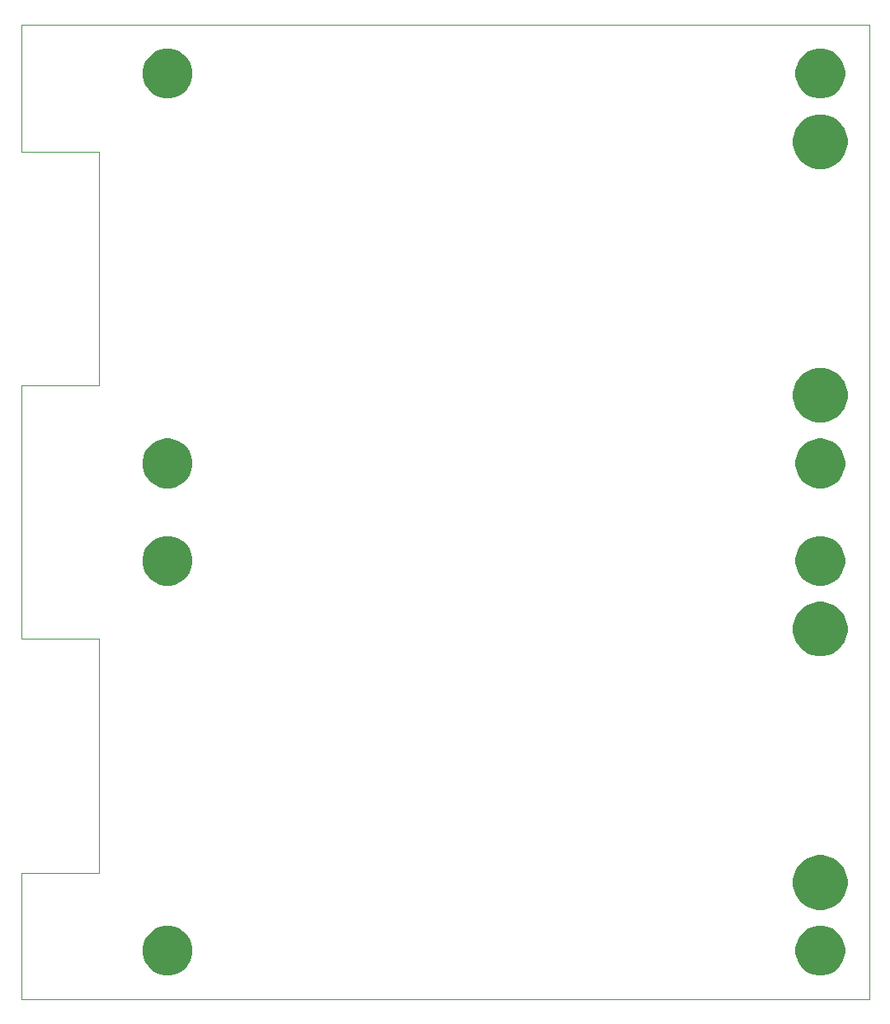
<source format=gbr>
G04 #@! TF.GenerationSoftware,KiCad,Pcbnew,(5.0.0-rc2-60-gbfa89039c)*
G04 #@! TF.CreationDate,2019-08-02T13:48:58+03:00*
G04 #@! TF.ProjectId,ModelPCB,4D6F64656C5043422E6B696361645F70,rev?*
G04 #@! TF.SameCoordinates,Original*
G04 #@! TF.FileFunction,Soldermask,Bot*
G04 #@! TF.FilePolarity,Negative*
%FSLAX46Y46*%
G04 Gerber Fmt 4.6, Leading zero omitted, Abs format (unit mm)*
G04 Created by KiCad (PCBNEW (5.0.0-rc2-60-gbfa89039c)) date 08/02/19 13:48:58*
%MOMM*%
%LPD*%
G01*
G04 APERTURE LIST*
%ADD10C,0.050000*%
%ADD11C,0.150000*%
G04 APERTURE END LIST*
D10*
X162300000Y-150900000D02*
X162300000Y-126900000D01*
X154300000Y-126900000D02*
X154300000Y-113900000D01*
X162300000Y-126900000D02*
X154300000Y-126900000D01*
X154300000Y-150900000D02*
X162300000Y-150900000D01*
X154300000Y-163900000D02*
X154300000Y-150900000D01*
X241300000Y-163900000D02*
X241300000Y-113900000D01*
X241300000Y-163900000D02*
X154300000Y-163900000D01*
X154300000Y-63900000D02*
X241300000Y-63900000D01*
X154300000Y-113900000D02*
X154300000Y-100900000D01*
X154300000Y-76900000D02*
X154300000Y-63900000D01*
X162300000Y-76900000D02*
X154300000Y-76900000D01*
X162300000Y-100900000D02*
X162300000Y-76900000D01*
X154300000Y-100900000D02*
X162300000Y-100900000D01*
X241300000Y-113900000D02*
X241300000Y-63900000D01*
D11*
G36*
X170044096Y-156447033D02*
X170044098Y-156447034D01*
X170044099Y-156447034D01*
X170508352Y-156639333D01*
X170924284Y-156917250D01*
X170926171Y-156918511D01*
X171281489Y-157273829D01*
X171281491Y-157273832D01*
X171560667Y-157691648D01*
X171752966Y-158155901D01*
X171851000Y-158648748D01*
X171851000Y-159151252D01*
X171752966Y-159644099D01*
X171560667Y-160108352D01*
X171282750Y-160524284D01*
X171281489Y-160526171D01*
X170926171Y-160881489D01*
X170926168Y-160881491D01*
X170508352Y-161160667D01*
X170044099Y-161352966D01*
X170044098Y-161352966D01*
X170044096Y-161352967D01*
X169551253Y-161451000D01*
X169048747Y-161451000D01*
X168555904Y-161352967D01*
X168555902Y-161352966D01*
X168555901Y-161352966D01*
X168091648Y-161160667D01*
X167673832Y-160881491D01*
X167673829Y-160881489D01*
X167318511Y-160526171D01*
X167317250Y-160524284D01*
X167039333Y-160108352D01*
X166847034Y-159644099D01*
X166749000Y-159151252D01*
X166749000Y-158648748D01*
X166847034Y-158155901D01*
X167039333Y-157691648D01*
X167318509Y-157273832D01*
X167318511Y-157273829D01*
X167673829Y-156918511D01*
X167675716Y-156917250D01*
X168091648Y-156639333D01*
X168555901Y-156447034D01*
X168555902Y-156447034D01*
X168555904Y-156447033D01*
X169048747Y-156349000D01*
X169551253Y-156349000D01*
X170044096Y-156447033D01*
X170044096Y-156447033D01*
G37*
G36*
X237044096Y-156447033D02*
X237044098Y-156447034D01*
X237044099Y-156447034D01*
X237508352Y-156639333D01*
X237924284Y-156917250D01*
X237926171Y-156918511D01*
X238281489Y-157273829D01*
X238281491Y-157273832D01*
X238560667Y-157691648D01*
X238752966Y-158155901D01*
X238851000Y-158648748D01*
X238851000Y-159151252D01*
X238752966Y-159644099D01*
X238560667Y-160108352D01*
X238282750Y-160524284D01*
X238281489Y-160526171D01*
X237926171Y-160881489D01*
X237926168Y-160881491D01*
X237508352Y-161160667D01*
X237044099Y-161352966D01*
X237044098Y-161352966D01*
X237044096Y-161352967D01*
X236551253Y-161451000D01*
X236048747Y-161451000D01*
X235555904Y-161352967D01*
X235555902Y-161352966D01*
X235555901Y-161352966D01*
X235091648Y-161160667D01*
X234673832Y-160881491D01*
X234673829Y-160881489D01*
X234318511Y-160526171D01*
X234317250Y-160524284D01*
X234039333Y-160108352D01*
X233847034Y-159644099D01*
X233749000Y-159151252D01*
X233749000Y-158648748D01*
X233847034Y-158155901D01*
X234039333Y-157691648D01*
X234318509Y-157273832D01*
X234318511Y-157273829D01*
X234673829Y-156918511D01*
X234675716Y-156917250D01*
X235091648Y-156639333D01*
X235555901Y-156447034D01*
X235555902Y-156447034D01*
X235555904Y-156447033D01*
X236048747Y-156349000D01*
X236551253Y-156349000D01*
X237044096Y-156447033D01*
X237044096Y-156447033D01*
G37*
G36*
X237117021Y-149206640D02*
X237626770Y-149417785D01*
X237626771Y-149417786D01*
X238085534Y-149724321D01*
X238475679Y-150114466D01*
X238680036Y-150420308D01*
X238782215Y-150573230D01*
X238993360Y-151082979D01*
X239101000Y-151624124D01*
X239101000Y-152175876D01*
X238993360Y-152717021D01*
X238782215Y-153226770D01*
X238782214Y-153226771D01*
X238475679Y-153685534D01*
X238085534Y-154075679D01*
X237779692Y-154280036D01*
X237626770Y-154382215D01*
X237117021Y-154593360D01*
X236575876Y-154701000D01*
X236024124Y-154701000D01*
X235482979Y-154593360D01*
X234973230Y-154382215D01*
X234820308Y-154280036D01*
X234514466Y-154075679D01*
X234124321Y-153685534D01*
X233817786Y-153226771D01*
X233817785Y-153226770D01*
X233606640Y-152717021D01*
X233499000Y-152175876D01*
X233499000Y-151624124D01*
X233606640Y-151082979D01*
X233817785Y-150573230D01*
X233919964Y-150420308D01*
X234124321Y-150114466D01*
X234514466Y-149724321D01*
X234973229Y-149417786D01*
X234973230Y-149417785D01*
X235482979Y-149206640D01*
X236024124Y-149099000D01*
X236575876Y-149099000D01*
X237117021Y-149206640D01*
X237117021Y-149206640D01*
G37*
G36*
X237117021Y-123206640D02*
X237626770Y-123417785D01*
X237626771Y-123417786D01*
X238085534Y-123724321D01*
X238475679Y-124114466D01*
X238680036Y-124420308D01*
X238782215Y-124573230D01*
X238993360Y-125082979D01*
X239101000Y-125624124D01*
X239101000Y-126175876D01*
X238993360Y-126717021D01*
X238782215Y-127226770D01*
X238782214Y-127226771D01*
X238475679Y-127685534D01*
X238085534Y-128075679D01*
X237779692Y-128280036D01*
X237626770Y-128382215D01*
X237117021Y-128593360D01*
X236575876Y-128701000D01*
X236024124Y-128701000D01*
X235482979Y-128593360D01*
X234973230Y-128382215D01*
X234820308Y-128280036D01*
X234514466Y-128075679D01*
X234124321Y-127685534D01*
X233817786Y-127226771D01*
X233817785Y-127226770D01*
X233606640Y-126717021D01*
X233499000Y-126175876D01*
X233499000Y-125624124D01*
X233606640Y-125082979D01*
X233817785Y-124573230D01*
X233919964Y-124420308D01*
X234124321Y-124114466D01*
X234514466Y-123724321D01*
X234973229Y-123417786D01*
X234973230Y-123417785D01*
X235482979Y-123206640D01*
X236024124Y-123099000D01*
X236575876Y-123099000D01*
X237117021Y-123206640D01*
X237117021Y-123206640D01*
G37*
G36*
X237044096Y-116447033D02*
X237044098Y-116447034D01*
X237044099Y-116447034D01*
X237508352Y-116639333D01*
X237924284Y-116917250D01*
X237926171Y-116918511D01*
X238281489Y-117273829D01*
X238281491Y-117273832D01*
X238560667Y-117691648D01*
X238752966Y-118155901D01*
X238851000Y-118648748D01*
X238851000Y-119151252D01*
X238752966Y-119644099D01*
X238560667Y-120108352D01*
X238282750Y-120524284D01*
X238281489Y-120526171D01*
X237926171Y-120881489D01*
X237926168Y-120881491D01*
X237508352Y-121160667D01*
X237044099Y-121352966D01*
X237044098Y-121352966D01*
X237044096Y-121352967D01*
X236551253Y-121451000D01*
X236048747Y-121451000D01*
X235555904Y-121352967D01*
X235555902Y-121352966D01*
X235555901Y-121352966D01*
X235091648Y-121160667D01*
X234673832Y-120881491D01*
X234673829Y-120881489D01*
X234318511Y-120526171D01*
X234317250Y-120524284D01*
X234039333Y-120108352D01*
X233847034Y-119644099D01*
X233749000Y-119151252D01*
X233749000Y-118648748D01*
X233847034Y-118155901D01*
X234039333Y-117691648D01*
X234318509Y-117273832D01*
X234318511Y-117273829D01*
X234673829Y-116918511D01*
X234675716Y-116917250D01*
X235091648Y-116639333D01*
X235555901Y-116447034D01*
X235555902Y-116447034D01*
X235555904Y-116447033D01*
X236048747Y-116349000D01*
X236551253Y-116349000D01*
X237044096Y-116447033D01*
X237044096Y-116447033D01*
G37*
G36*
X170044096Y-116447033D02*
X170044098Y-116447034D01*
X170044099Y-116447034D01*
X170508352Y-116639333D01*
X170924284Y-116917250D01*
X170926171Y-116918511D01*
X171281489Y-117273829D01*
X171281491Y-117273832D01*
X171560667Y-117691648D01*
X171752966Y-118155901D01*
X171851000Y-118648748D01*
X171851000Y-119151252D01*
X171752966Y-119644099D01*
X171560667Y-120108352D01*
X171282750Y-120524284D01*
X171281489Y-120526171D01*
X170926171Y-120881489D01*
X170926168Y-120881491D01*
X170508352Y-121160667D01*
X170044099Y-121352966D01*
X170044098Y-121352966D01*
X170044096Y-121352967D01*
X169551253Y-121451000D01*
X169048747Y-121451000D01*
X168555904Y-121352967D01*
X168555902Y-121352966D01*
X168555901Y-121352966D01*
X168091648Y-121160667D01*
X167673832Y-120881491D01*
X167673829Y-120881489D01*
X167318511Y-120526171D01*
X167317250Y-120524284D01*
X167039333Y-120108352D01*
X166847034Y-119644099D01*
X166749000Y-119151252D01*
X166749000Y-118648748D01*
X166847034Y-118155901D01*
X167039333Y-117691648D01*
X167318509Y-117273832D01*
X167318511Y-117273829D01*
X167673829Y-116918511D01*
X167675716Y-116917250D01*
X168091648Y-116639333D01*
X168555901Y-116447034D01*
X168555902Y-116447034D01*
X168555904Y-116447033D01*
X169048747Y-116349000D01*
X169551253Y-116349000D01*
X170044096Y-116447033D01*
X170044096Y-116447033D01*
G37*
G36*
X170044096Y-106447033D02*
X170044098Y-106447034D01*
X170044099Y-106447034D01*
X170508352Y-106639333D01*
X170924284Y-106917250D01*
X170926171Y-106918511D01*
X171281489Y-107273829D01*
X171281491Y-107273832D01*
X171560667Y-107691648D01*
X171752966Y-108155901D01*
X171851000Y-108648748D01*
X171851000Y-109151252D01*
X171752966Y-109644099D01*
X171560667Y-110108352D01*
X171282750Y-110524284D01*
X171281489Y-110526171D01*
X170926171Y-110881489D01*
X170926168Y-110881491D01*
X170508352Y-111160667D01*
X170044099Y-111352966D01*
X170044098Y-111352966D01*
X170044096Y-111352967D01*
X169551253Y-111451000D01*
X169048747Y-111451000D01*
X168555904Y-111352967D01*
X168555902Y-111352966D01*
X168555901Y-111352966D01*
X168091648Y-111160667D01*
X167673832Y-110881491D01*
X167673829Y-110881489D01*
X167318511Y-110526171D01*
X167317250Y-110524284D01*
X167039333Y-110108352D01*
X166847034Y-109644099D01*
X166749000Y-109151252D01*
X166749000Y-108648748D01*
X166847034Y-108155901D01*
X167039333Y-107691648D01*
X167318509Y-107273832D01*
X167318511Y-107273829D01*
X167673829Y-106918511D01*
X167675716Y-106917250D01*
X168091648Y-106639333D01*
X168555901Y-106447034D01*
X168555902Y-106447034D01*
X168555904Y-106447033D01*
X169048747Y-106349000D01*
X169551253Y-106349000D01*
X170044096Y-106447033D01*
X170044096Y-106447033D01*
G37*
G36*
X237044096Y-106447033D02*
X237044098Y-106447034D01*
X237044099Y-106447034D01*
X237508352Y-106639333D01*
X237924284Y-106917250D01*
X237926171Y-106918511D01*
X238281489Y-107273829D01*
X238281491Y-107273832D01*
X238560667Y-107691648D01*
X238752966Y-108155901D01*
X238851000Y-108648748D01*
X238851000Y-109151252D01*
X238752966Y-109644099D01*
X238560667Y-110108352D01*
X238282750Y-110524284D01*
X238281489Y-110526171D01*
X237926171Y-110881489D01*
X237926168Y-110881491D01*
X237508352Y-111160667D01*
X237044099Y-111352966D01*
X237044098Y-111352966D01*
X237044096Y-111352967D01*
X236551253Y-111451000D01*
X236048747Y-111451000D01*
X235555904Y-111352967D01*
X235555902Y-111352966D01*
X235555901Y-111352966D01*
X235091648Y-111160667D01*
X234673832Y-110881491D01*
X234673829Y-110881489D01*
X234318511Y-110526171D01*
X234317250Y-110524284D01*
X234039333Y-110108352D01*
X233847034Y-109644099D01*
X233749000Y-109151252D01*
X233749000Y-108648748D01*
X233847034Y-108155901D01*
X234039333Y-107691648D01*
X234318509Y-107273832D01*
X234318511Y-107273829D01*
X234673829Y-106918511D01*
X234675716Y-106917250D01*
X235091648Y-106639333D01*
X235555901Y-106447034D01*
X235555902Y-106447034D01*
X235555904Y-106447033D01*
X236048747Y-106349000D01*
X236551253Y-106349000D01*
X237044096Y-106447033D01*
X237044096Y-106447033D01*
G37*
G36*
X237117021Y-99206640D02*
X237626770Y-99417785D01*
X237626771Y-99417786D01*
X238085534Y-99724321D01*
X238475679Y-100114466D01*
X238680036Y-100420308D01*
X238782215Y-100573230D01*
X238993360Y-101082979D01*
X239101000Y-101624124D01*
X239101000Y-102175876D01*
X238993360Y-102717021D01*
X238782215Y-103226770D01*
X238782214Y-103226771D01*
X238475679Y-103685534D01*
X238085534Y-104075679D01*
X237779692Y-104280036D01*
X237626770Y-104382215D01*
X237117021Y-104593360D01*
X236575876Y-104701000D01*
X236024124Y-104701000D01*
X235482979Y-104593360D01*
X234973230Y-104382215D01*
X234820308Y-104280036D01*
X234514466Y-104075679D01*
X234124321Y-103685534D01*
X233817786Y-103226771D01*
X233817785Y-103226770D01*
X233606640Y-102717021D01*
X233499000Y-102175876D01*
X233499000Y-101624124D01*
X233606640Y-101082979D01*
X233817785Y-100573230D01*
X233919964Y-100420308D01*
X234124321Y-100114466D01*
X234514466Y-99724321D01*
X234973229Y-99417786D01*
X234973230Y-99417785D01*
X235482979Y-99206640D01*
X236024124Y-99099000D01*
X236575876Y-99099000D01*
X237117021Y-99206640D01*
X237117021Y-99206640D01*
G37*
G36*
X237117021Y-73206640D02*
X237626770Y-73417785D01*
X237626771Y-73417786D01*
X238085534Y-73724321D01*
X238475679Y-74114466D01*
X238680036Y-74420308D01*
X238782215Y-74573230D01*
X238993360Y-75082979D01*
X239101000Y-75624124D01*
X239101000Y-76175876D01*
X238993360Y-76717021D01*
X238782215Y-77226770D01*
X238782214Y-77226771D01*
X238475679Y-77685534D01*
X238085534Y-78075679D01*
X237779692Y-78280036D01*
X237626770Y-78382215D01*
X237117021Y-78593360D01*
X236575876Y-78701000D01*
X236024124Y-78701000D01*
X235482979Y-78593360D01*
X234973230Y-78382215D01*
X234820308Y-78280036D01*
X234514466Y-78075679D01*
X234124321Y-77685534D01*
X233817786Y-77226771D01*
X233817785Y-77226770D01*
X233606640Y-76717021D01*
X233499000Y-76175876D01*
X233499000Y-75624124D01*
X233606640Y-75082979D01*
X233817785Y-74573230D01*
X233919964Y-74420308D01*
X234124321Y-74114466D01*
X234514466Y-73724321D01*
X234973229Y-73417786D01*
X234973230Y-73417785D01*
X235482979Y-73206640D01*
X236024124Y-73099000D01*
X236575876Y-73099000D01*
X237117021Y-73206640D01*
X237117021Y-73206640D01*
G37*
G36*
X237044096Y-66447033D02*
X237044098Y-66447034D01*
X237044099Y-66447034D01*
X237508352Y-66639333D01*
X237924284Y-66917250D01*
X237926171Y-66918511D01*
X238281489Y-67273829D01*
X238281491Y-67273832D01*
X238560667Y-67691648D01*
X238752966Y-68155901D01*
X238851000Y-68648748D01*
X238851000Y-69151252D01*
X238752966Y-69644099D01*
X238560667Y-70108352D01*
X238282750Y-70524284D01*
X238281489Y-70526171D01*
X237926171Y-70881489D01*
X237926168Y-70881491D01*
X237508352Y-71160667D01*
X237044099Y-71352966D01*
X237044098Y-71352966D01*
X237044096Y-71352967D01*
X236551253Y-71451000D01*
X236048747Y-71451000D01*
X235555904Y-71352967D01*
X235555902Y-71352966D01*
X235555901Y-71352966D01*
X235091648Y-71160667D01*
X234673832Y-70881491D01*
X234673829Y-70881489D01*
X234318511Y-70526171D01*
X234317250Y-70524284D01*
X234039333Y-70108352D01*
X233847034Y-69644099D01*
X233749000Y-69151252D01*
X233749000Y-68648748D01*
X233847034Y-68155901D01*
X234039333Y-67691648D01*
X234318509Y-67273832D01*
X234318511Y-67273829D01*
X234673829Y-66918511D01*
X234675716Y-66917250D01*
X235091648Y-66639333D01*
X235555901Y-66447034D01*
X235555902Y-66447034D01*
X235555904Y-66447033D01*
X236048747Y-66349000D01*
X236551253Y-66349000D01*
X237044096Y-66447033D01*
X237044096Y-66447033D01*
G37*
G36*
X170044096Y-66447033D02*
X170044098Y-66447034D01*
X170044099Y-66447034D01*
X170508352Y-66639333D01*
X170924284Y-66917250D01*
X170926171Y-66918511D01*
X171281489Y-67273829D01*
X171281491Y-67273832D01*
X171560667Y-67691648D01*
X171752966Y-68155901D01*
X171851000Y-68648748D01*
X171851000Y-69151252D01*
X171752966Y-69644099D01*
X171560667Y-70108352D01*
X171282750Y-70524284D01*
X171281489Y-70526171D01*
X170926171Y-70881489D01*
X170926168Y-70881491D01*
X170508352Y-71160667D01*
X170044099Y-71352966D01*
X170044098Y-71352966D01*
X170044096Y-71352967D01*
X169551253Y-71451000D01*
X169048747Y-71451000D01*
X168555904Y-71352967D01*
X168555902Y-71352966D01*
X168555901Y-71352966D01*
X168091648Y-71160667D01*
X167673832Y-70881491D01*
X167673829Y-70881489D01*
X167318511Y-70526171D01*
X167317250Y-70524284D01*
X167039333Y-70108352D01*
X166847034Y-69644099D01*
X166749000Y-69151252D01*
X166749000Y-68648748D01*
X166847034Y-68155901D01*
X167039333Y-67691648D01*
X167318509Y-67273832D01*
X167318511Y-67273829D01*
X167673829Y-66918511D01*
X167675716Y-66917250D01*
X168091648Y-66639333D01*
X168555901Y-66447034D01*
X168555902Y-66447034D01*
X168555904Y-66447033D01*
X169048747Y-66349000D01*
X169551253Y-66349000D01*
X170044096Y-66447033D01*
X170044096Y-66447033D01*
G37*
M02*

</source>
